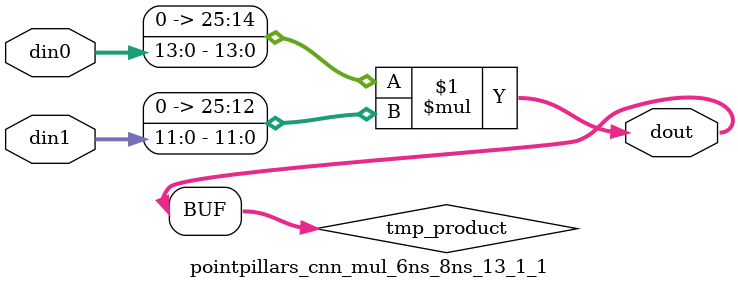
<source format=v>

`timescale 1 ns / 1 ps

 (* DowngradeIPIdentifiedWarnings="yes" *) module pointpillars_cnn_mul_6ns_8ns_13_1_1(din0, din1, dout);
parameter ID = 1;
parameter NUM_STAGE = 0;
parameter din0_WIDTH = 14;
parameter din1_WIDTH = 12;
parameter dout_WIDTH = 26;

input [din0_WIDTH - 1 : 0] din0; 
input [din1_WIDTH - 1 : 0] din1; 
output [dout_WIDTH - 1 : 0] dout;

wire signed [dout_WIDTH - 1 : 0] tmp_product;
























assign tmp_product = $signed({1'b0, din0}) * $signed({1'b0, din1});











assign dout = tmp_product;





















endmodule

</source>
